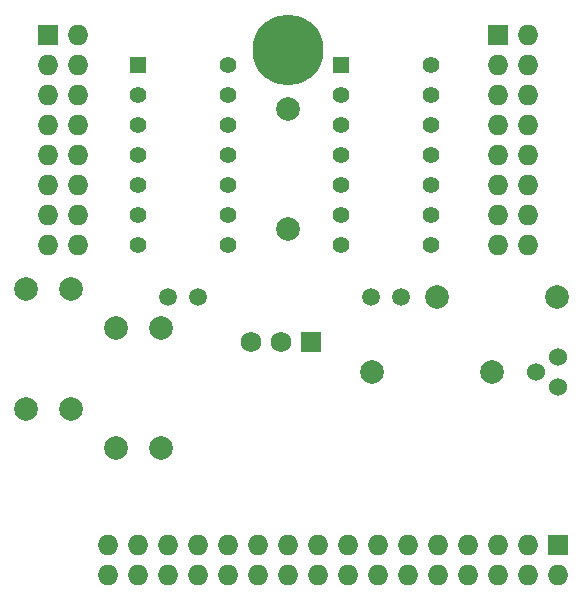
<source format=gbs>
%FSLAX34Y34*%
G04 Gerber Fmt 3.4, Leading zero omitted, Abs format*
G04 (created by PCBNEW (2014-jan-25)-product) date Tue 29 Jul 2014 10:47:11 AM PDT*
%MOIN*%
G01*
G70*
G90*
G04 APERTURE LIST*
%ADD10C,0.003937*%
%ADD11C,0.059100*%
%ADD12C,0.236220*%
%ADD13R,0.068000X0.068000*%
%ADD14O,0.068000X0.068000*%
%ADD15C,0.068000*%
%ADD16C,0.060000*%
%ADD17C,0.078700*%
%ADD18R,0.055000X0.055000*%
%ADD19C,0.055000*%
G04 APERTURE END LIST*
G54D10*
G54D11*
X37000Y-50250D03*
X36000Y-50250D03*
X43750Y-50250D03*
X42750Y-50250D03*
G54D12*
X40000Y-42000D03*
G54D13*
X32000Y-41500D03*
G54D14*
X33000Y-41500D03*
X32000Y-42500D03*
X33000Y-42500D03*
X32000Y-43500D03*
X33000Y-43500D03*
X32000Y-44500D03*
X33000Y-44500D03*
X32000Y-45500D03*
X33000Y-45500D03*
X32000Y-46500D03*
X33000Y-46500D03*
X32000Y-47500D03*
X33000Y-47500D03*
X32000Y-48500D03*
X33000Y-48500D03*
G54D13*
X47000Y-41500D03*
G54D14*
X48000Y-41500D03*
X47000Y-42500D03*
X48000Y-42500D03*
X47000Y-43500D03*
X48000Y-43500D03*
X47000Y-44500D03*
X48000Y-44500D03*
X47000Y-45500D03*
X48000Y-45500D03*
X47000Y-46500D03*
X48000Y-46500D03*
X47000Y-47500D03*
X48000Y-47500D03*
X47000Y-48500D03*
X48000Y-48500D03*
G54D13*
X40750Y-51750D03*
G54D15*
X39750Y-51750D03*
X38750Y-51750D03*
G54D13*
X49000Y-58500D03*
G54D14*
X49000Y-59500D03*
X48000Y-58500D03*
X48000Y-59500D03*
X47000Y-58500D03*
X47000Y-59500D03*
X46000Y-58500D03*
X46000Y-59500D03*
X45000Y-58500D03*
X45000Y-59500D03*
X44000Y-58500D03*
X44000Y-59500D03*
X43000Y-58500D03*
X43000Y-59500D03*
X42000Y-58500D03*
X42000Y-59500D03*
X41000Y-58500D03*
X41000Y-59500D03*
X40000Y-58500D03*
X40000Y-59500D03*
X39000Y-58500D03*
X39000Y-59500D03*
X38000Y-58500D03*
X38000Y-59500D03*
X37000Y-58500D03*
X37000Y-59500D03*
X36000Y-58500D03*
X36000Y-59500D03*
X35000Y-58500D03*
X35000Y-59500D03*
X34000Y-58500D03*
X34000Y-59500D03*
G54D16*
X49000Y-53250D03*
X48250Y-52750D03*
X49000Y-52250D03*
G54D17*
X31250Y-53969D03*
X31250Y-49969D03*
X35750Y-51281D03*
X35750Y-55281D03*
X32750Y-53969D03*
X32750Y-49969D03*
X34250Y-51281D03*
X34250Y-55281D03*
X48969Y-50250D03*
X44969Y-50250D03*
X42781Y-52750D03*
X46781Y-52750D03*
X40000Y-47969D03*
X40000Y-43969D03*
G54D18*
X41750Y-42500D03*
G54D19*
X41750Y-43500D03*
X41750Y-44500D03*
X41750Y-45500D03*
X41750Y-46500D03*
X41750Y-47500D03*
X41750Y-48500D03*
X44750Y-48500D03*
X44750Y-47500D03*
X44750Y-46500D03*
X44750Y-45500D03*
X44750Y-44500D03*
X44750Y-43500D03*
X44750Y-42500D03*
G54D18*
X35000Y-42500D03*
G54D19*
X35000Y-43500D03*
X35000Y-44500D03*
X35000Y-45500D03*
X35000Y-46500D03*
X35000Y-47500D03*
X35000Y-48500D03*
X38000Y-48500D03*
X38000Y-47500D03*
X38000Y-46500D03*
X38000Y-45500D03*
X38000Y-44500D03*
X38000Y-43500D03*
X38000Y-42500D03*
M02*

</source>
